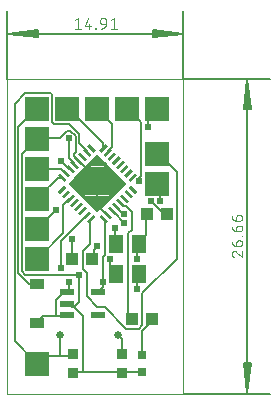
<source format=gtl>
G75*
%MOIN*%
%OFA0B0*%
%FSLAX25Y25*%
%IPPOS*%
%LPD*%
%AMOC8*
5,1,8,0,0,1.08239X$1,22.5*
%
%ADD10C,0.00000*%
%ADD11C,0.00512*%
%ADD12C,0.00400*%
%ADD13R,0.07874X0.07874*%
%ADD14R,0.04882X0.05906*%
%ADD15R,0.04232X0.03937*%
%ADD16R,0.04803X0.03583*%
%ADD17C,0.01378*%
%ADD18R,0.00984X0.03150*%
%ADD19R,0.03150X0.03150*%
%ADD20R,0.03543X0.03543*%
%ADD21R,0.04724X0.02165*%
%ADD22C,0.00600*%
%ADD23C,0.02400*%
%ADD24C,0.02578*%
D10*
X0007053Y0016441D02*
X0007053Y0121401D01*
X0065754Y0121401D01*
X0065754Y0016441D01*
X0007053Y0016441D01*
D11*
X0065754Y0016441D02*
X0094730Y0016441D01*
X0087053Y0016697D02*
X0088077Y0026677D01*
X0088310Y0026677D02*
X0087053Y0016697D01*
X0086030Y0026677D01*
X0085796Y0026677D02*
X0088310Y0026677D01*
X0087565Y0026677D02*
X0087053Y0016697D01*
X0086542Y0026677D01*
X0085796Y0026677D02*
X0087053Y0016697D01*
X0087053Y0121145D01*
X0088077Y0111165D01*
X0088310Y0111165D02*
X0087053Y0121145D01*
X0086030Y0111165D01*
X0085796Y0111165D02*
X0088310Y0111165D01*
X0087565Y0111165D02*
X0087053Y0121145D01*
X0086542Y0111165D01*
X0085796Y0111165D02*
X0087053Y0121145D01*
X0094730Y0121401D02*
X0065754Y0121401D01*
X0065754Y0144118D01*
X0065498Y0136441D02*
X0055518Y0135417D01*
X0055518Y0135184D02*
X0065498Y0136441D01*
X0055518Y0137464D01*
X0055518Y0137698D02*
X0055518Y0135184D01*
X0055518Y0135929D02*
X0065498Y0136441D01*
X0055518Y0136952D01*
X0055518Y0137698D02*
X0065498Y0136441D01*
X0007309Y0136441D01*
X0017290Y0135417D01*
X0017290Y0135184D02*
X0007309Y0136441D01*
X0017290Y0137464D01*
X0017290Y0137698D02*
X0017290Y0135184D01*
X0017290Y0135929D02*
X0007309Y0136441D01*
X0017290Y0136952D01*
X0017290Y0137698D02*
X0007309Y0136441D01*
X0007053Y0144118D02*
X0007053Y0121401D01*
D12*
X0029488Y0138137D02*
X0031453Y0138137D01*
X0030470Y0138137D02*
X0030470Y0141674D01*
X0029488Y0140888D01*
X0033031Y0138923D02*
X0034996Y0138923D01*
X0034406Y0139709D02*
X0034406Y0138137D01*
X0033031Y0138923D02*
X0033817Y0141674D01*
X0036395Y0138333D02*
X0036592Y0138333D01*
X0036592Y0138137D01*
X0036395Y0138137D01*
X0036395Y0138333D01*
X0038385Y0138137D02*
X0038462Y0138139D01*
X0038539Y0138145D01*
X0038616Y0138154D01*
X0038692Y0138167D01*
X0038767Y0138184D01*
X0038841Y0138205D01*
X0038915Y0138229D01*
X0038987Y0138257D01*
X0039057Y0138288D01*
X0039126Y0138323D01*
X0039193Y0138361D01*
X0039258Y0138402D01*
X0039321Y0138446D01*
X0039382Y0138494D01*
X0039441Y0138544D01*
X0039497Y0138597D01*
X0039550Y0138653D01*
X0039600Y0138712D01*
X0039648Y0138773D01*
X0039692Y0138836D01*
X0039733Y0138901D01*
X0039771Y0138968D01*
X0039806Y0139037D01*
X0039837Y0139107D01*
X0039865Y0139179D01*
X0039889Y0139253D01*
X0039910Y0139327D01*
X0039927Y0139402D01*
X0039940Y0139478D01*
X0039949Y0139555D01*
X0039955Y0139632D01*
X0039957Y0139709D01*
X0039957Y0140691D01*
X0039957Y0139709D02*
X0038778Y0139709D01*
X0038724Y0139711D01*
X0038671Y0139716D01*
X0038618Y0139725D01*
X0038566Y0139738D01*
X0038515Y0139754D01*
X0038465Y0139774D01*
X0038416Y0139797D01*
X0038370Y0139823D01*
X0038325Y0139853D01*
X0038282Y0139885D01*
X0038242Y0139921D01*
X0038204Y0139959D01*
X0038168Y0139999D01*
X0038136Y0140042D01*
X0038106Y0140087D01*
X0038080Y0140133D01*
X0038057Y0140182D01*
X0038037Y0140232D01*
X0038021Y0140283D01*
X0038008Y0140335D01*
X0037999Y0140388D01*
X0037994Y0140441D01*
X0037992Y0140495D01*
X0037992Y0140691D01*
X0037994Y0140753D01*
X0038000Y0140814D01*
X0038009Y0140875D01*
X0038023Y0140935D01*
X0038040Y0140994D01*
X0038061Y0141052D01*
X0038085Y0141109D01*
X0038113Y0141164D01*
X0038145Y0141217D01*
X0038180Y0141268D01*
X0038217Y0141317D01*
X0038258Y0141363D01*
X0038302Y0141407D01*
X0038348Y0141448D01*
X0038397Y0141485D01*
X0038448Y0141520D01*
X0038501Y0141552D01*
X0038556Y0141580D01*
X0038613Y0141604D01*
X0038671Y0141625D01*
X0038730Y0141642D01*
X0038790Y0141656D01*
X0038851Y0141665D01*
X0038912Y0141671D01*
X0038974Y0141673D01*
X0039036Y0141671D01*
X0039097Y0141665D01*
X0039158Y0141656D01*
X0039218Y0141642D01*
X0039277Y0141625D01*
X0039335Y0141604D01*
X0039392Y0141580D01*
X0039447Y0141552D01*
X0039500Y0141520D01*
X0039551Y0141485D01*
X0039600Y0141448D01*
X0039646Y0141407D01*
X0039690Y0141363D01*
X0039731Y0141317D01*
X0039768Y0141268D01*
X0039803Y0141217D01*
X0039835Y0141164D01*
X0039863Y0141109D01*
X0039887Y0141052D01*
X0039908Y0140994D01*
X0039925Y0140935D01*
X0039939Y0140875D01*
X0039948Y0140814D01*
X0039954Y0140753D01*
X0039956Y0140691D01*
X0041535Y0140888D02*
X0042517Y0141674D01*
X0042517Y0138137D01*
X0041535Y0138137D02*
X0043500Y0138137D01*
X0081820Y0075624D02*
X0081822Y0075547D01*
X0081828Y0075470D01*
X0081837Y0075393D01*
X0081850Y0075317D01*
X0081867Y0075242D01*
X0081888Y0075168D01*
X0081912Y0075094D01*
X0081940Y0075022D01*
X0081971Y0074952D01*
X0082006Y0074883D01*
X0082044Y0074816D01*
X0082085Y0074751D01*
X0082129Y0074688D01*
X0082177Y0074627D01*
X0082227Y0074568D01*
X0082280Y0074512D01*
X0082336Y0074459D01*
X0082395Y0074409D01*
X0082456Y0074361D01*
X0082519Y0074317D01*
X0082584Y0074276D01*
X0082651Y0074238D01*
X0082720Y0074203D01*
X0082790Y0074172D01*
X0082862Y0074144D01*
X0082936Y0074120D01*
X0083010Y0074099D01*
X0083085Y0074082D01*
X0083161Y0074069D01*
X0083238Y0074060D01*
X0083315Y0074054D01*
X0083392Y0074052D01*
X0084375Y0074052D01*
X0084437Y0074054D01*
X0084498Y0074060D01*
X0084559Y0074069D01*
X0084619Y0074083D01*
X0084679Y0074100D01*
X0084737Y0074121D01*
X0084794Y0074146D01*
X0084849Y0074174D01*
X0084902Y0074205D01*
X0084953Y0074240D01*
X0085002Y0074278D01*
X0085048Y0074318D01*
X0085092Y0074362D01*
X0085132Y0074408D01*
X0085170Y0074457D01*
X0085205Y0074508D01*
X0085236Y0074561D01*
X0085264Y0074616D01*
X0085289Y0074673D01*
X0085310Y0074731D01*
X0085327Y0074791D01*
X0085341Y0074851D01*
X0085350Y0074912D01*
X0085356Y0074973D01*
X0085358Y0075035D01*
X0085356Y0075097D01*
X0085350Y0075158D01*
X0085341Y0075219D01*
X0085327Y0075279D01*
X0085310Y0075339D01*
X0085289Y0075397D01*
X0085264Y0075454D01*
X0085236Y0075509D01*
X0085205Y0075562D01*
X0085170Y0075613D01*
X0085132Y0075662D01*
X0085092Y0075708D01*
X0085048Y0075752D01*
X0085002Y0075792D01*
X0084953Y0075830D01*
X0084902Y0075865D01*
X0084849Y0075896D01*
X0084794Y0075924D01*
X0084737Y0075949D01*
X0084679Y0075970D01*
X0084619Y0075987D01*
X0084559Y0076001D01*
X0084498Y0076010D01*
X0084437Y0076016D01*
X0084375Y0076018D01*
X0084375Y0076017D02*
X0084178Y0076017D01*
X0084124Y0076015D01*
X0084071Y0076010D01*
X0084018Y0076001D01*
X0083966Y0075988D01*
X0083915Y0075972D01*
X0083865Y0075952D01*
X0083816Y0075929D01*
X0083770Y0075903D01*
X0083725Y0075873D01*
X0083682Y0075841D01*
X0083642Y0075805D01*
X0083604Y0075767D01*
X0083568Y0075727D01*
X0083536Y0075684D01*
X0083506Y0075639D01*
X0083480Y0075593D01*
X0083457Y0075544D01*
X0083437Y0075494D01*
X0083421Y0075443D01*
X0083408Y0075391D01*
X0083399Y0075338D01*
X0083394Y0075285D01*
X0083392Y0075231D01*
X0083392Y0074052D01*
X0084178Y0072474D02*
X0084375Y0072474D01*
X0084178Y0072474D02*
X0084124Y0072472D01*
X0084071Y0072467D01*
X0084018Y0072458D01*
X0083966Y0072445D01*
X0083915Y0072429D01*
X0083865Y0072409D01*
X0083816Y0072386D01*
X0083770Y0072360D01*
X0083725Y0072330D01*
X0083682Y0072298D01*
X0083642Y0072262D01*
X0083604Y0072224D01*
X0083568Y0072184D01*
X0083536Y0072141D01*
X0083506Y0072096D01*
X0083480Y0072050D01*
X0083457Y0072001D01*
X0083437Y0071951D01*
X0083421Y0071900D01*
X0083408Y0071848D01*
X0083399Y0071795D01*
X0083394Y0071742D01*
X0083392Y0071688D01*
X0083392Y0070509D01*
X0084375Y0070509D01*
X0084375Y0070508D02*
X0084437Y0070510D01*
X0084498Y0070516D01*
X0084559Y0070525D01*
X0084619Y0070539D01*
X0084679Y0070556D01*
X0084737Y0070577D01*
X0084794Y0070602D01*
X0084849Y0070630D01*
X0084902Y0070661D01*
X0084953Y0070696D01*
X0085002Y0070734D01*
X0085048Y0070774D01*
X0085092Y0070818D01*
X0085132Y0070864D01*
X0085170Y0070913D01*
X0085205Y0070964D01*
X0085236Y0071017D01*
X0085264Y0071072D01*
X0085289Y0071129D01*
X0085310Y0071187D01*
X0085327Y0071247D01*
X0085341Y0071307D01*
X0085350Y0071368D01*
X0085356Y0071429D01*
X0085358Y0071491D01*
X0085356Y0071553D01*
X0085350Y0071614D01*
X0085341Y0071675D01*
X0085327Y0071735D01*
X0085310Y0071795D01*
X0085289Y0071853D01*
X0085264Y0071910D01*
X0085236Y0071965D01*
X0085205Y0072018D01*
X0085170Y0072069D01*
X0085132Y0072118D01*
X0085092Y0072164D01*
X0085048Y0072208D01*
X0085002Y0072248D01*
X0084953Y0072286D01*
X0084902Y0072321D01*
X0084849Y0072352D01*
X0084794Y0072380D01*
X0084737Y0072405D01*
X0084679Y0072426D01*
X0084619Y0072443D01*
X0084559Y0072457D01*
X0084498Y0072466D01*
X0084437Y0072472D01*
X0084375Y0072474D01*
X0083392Y0070509D02*
X0083315Y0070511D01*
X0083238Y0070517D01*
X0083161Y0070526D01*
X0083085Y0070539D01*
X0083010Y0070556D01*
X0082936Y0070577D01*
X0082862Y0070601D01*
X0082790Y0070629D01*
X0082720Y0070660D01*
X0082651Y0070695D01*
X0082584Y0070733D01*
X0082519Y0070774D01*
X0082456Y0070818D01*
X0082395Y0070866D01*
X0082336Y0070916D01*
X0082280Y0070969D01*
X0082227Y0071025D01*
X0082177Y0071084D01*
X0082129Y0071145D01*
X0082085Y0071208D01*
X0082044Y0071273D01*
X0082006Y0071340D01*
X0081971Y0071409D01*
X0081940Y0071479D01*
X0081912Y0071551D01*
X0081888Y0071625D01*
X0081867Y0071699D01*
X0081850Y0071774D01*
X0081837Y0071850D01*
X0081828Y0071927D01*
X0081822Y0072004D01*
X0081820Y0072081D01*
X0085161Y0069109D02*
X0085357Y0069109D01*
X0085357Y0068913D01*
X0085161Y0068913D01*
X0085161Y0069109D01*
X0084375Y0067513D02*
X0084178Y0067513D01*
X0084124Y0067511D01*
X0084071Y0067506D01*
X0084018Y0067497D01*
X0083966Y0067484D01*
X0083915Y0067468D01*
X0083865Y0067448D01*
X0083816Y0067425D01*
X0083770Y0067399D01*
X0083725Y0067369D01*
X0083682Y0067337D01*
X0083642Y0067301D01*
X0083604Y0067263D01*
X0083568Y0067223D01*
X0083536Y0067180D01*
X0083506Y0067135D01*
X0083480Y0067089D01*
X0083457Y0067040D01*
X0083437Y0066990D01*
X0083421Y0066939D01*
X0083408Y0066887D01*
X0083399Y0066834D01*
X0083394Y0066781D01*
X0083392Y0066727D01*
X0083392Y0065548D01*
X0084375Y0065548D01*
X0084437Y0065550D01*
X0084498Y0065556D01*
X0084559Y0065565D01*
X0084619Y0065579D01*
X0084679Y0065596D01*
X0084737Y0065617D01*
X0084794Y0065642D01*
X0084849Y0065670D01*
X0084902Y0065701D01*
X0084953Y0065736D01*
X0085002Y0065774D01*
X0085048Y0065814D01*
X0085092Y0065858D01*
X0085132Y0065904D01*
X0085170Y0065953D01*
X0085205Y0066004D01*
X0085236Y0066057D01*
X0085264Y0066112D01*
X0085289Y0066169D01*
X0085310Y0066227D01*
X0085327Y0066287D01*
X0085341Y0066347D01*
X0085350Y0066408D01*
X0085356Y0066469D01*
X0085358Y0066531D01*
X0085356Y0066593D01*
X0085350Y0066654D01*
X0085341Y0066715D01*
X0085327Y0066775D01*
X0085310Y0066835D01*
X0085289Y0066893D01*
X0085264Y0066950D01*
X0085236Y0067005D01*
X0085205Y0067058D01*
X0085170Y0067109D01*
X0085132Y0067158D01*
X0085092Y0067204D01*
X0085048Y0067248D01*
X0085002Y0067288D01*
X0084953Y0067326D01*
X0084902Y0067361D01*
X0084849Y0067392D01*
X0084794Y0067420D01*
X0084737Y0067445D01*
X0084679Y0067466D01*
X0084619Y0067483D01*
X0084559Y0067497D01*
X0084498Y0067506D01*
X0084437Y0067512D01*
X0084375Y0067514D01*
X0083392Y0065548D02*
X0083315Y0065550D01*
X0083238Y0065556D01*
X0083161Y0065565D01*
X0083085Y0065578D01*
X0083010Y0065595D01*
X0082936Y0065616D01*
X0082862Y0065640D01*
X0082790Y0065668D01*
X0082720Y0065699D01*
X0082651Y0065734D01*
X0082584Y0065772D01*
X0082519Y0065813D01*
X0082456Y0065857D01*
X0082395Y0065905D01*
X0082336Y0065955D01*
X0082280Y0066008D01*
X0082227Y0066064D01*
X0082177Y0066123D01*
X0082129Y0066184D01*
X0082085Y0066247D01*
X0082044Y0066312D01*
X0082006Y0066379D01*
X0081971Y0066448D01*
X0081940Y0066518D01*
X0081912Y0066590D01*
X0081888Y0066664D01*
X0081867Y0066738D01*
X0081850Y0066813D01*
X0081837Y0066889D01*
X0081828Y0066966D01*
X0081822Y0067043D01*
X0081820Y0067120D01*
X0083392Y0063675D02*
X0085357Y0062005D01*
X0085357Y0063970D01*
X0082606Y0062005D02*
X0082545Y0062027D01*
X0082485Y0062052D01*
X0082427Y0062081D01*
X0082370Y0062113D01*
X0082315Y0062148D01*
X0082263Y0062186D01*
X0082213Y0062227D01*
X0082165Y0062271D01*
X0082120Y0062317D01*
X0082077Y0062366D01*
X0082037Y0062418D01*
X0082001Y0062471D01*
X0081967Y0062527D01*
X0081937Y0062584D01*
X0081910Y0062643D01*
X0081886Y0062704D01*
X0081866Y0062766D01*
X0081850Y0062829D01*
X0081837Y0062892D01*
X0081827Y0062956D01*
X0081822Y0063021D01*
X0081820Y0063086D01*
X0081821Y0063086D02*
X0081823Y0063144D01*
X0081829Y0063201D01*
X0081838Y0063258D01*
X0081851Y0063315D01*
X0081868Y0063370D01*
X0081888Y0063424D01*
X0081912Y0063477D01*
X0081939Y0063528D01*
X0081970Y0063577D01*
X0082004Y0063624D01*
X0082040Y0063669D01*
X0082080Y0063711D01*
X0082122Y0063751D01*
X0082167Y0063787D01*
X0082214Y0063821D01*
X0082263Y0063852D01*
X0082314Y0063879D01*
X0082367Y0063903D01*
X0082421Y0063923D01*
X0082476Y0063940D01*
X0082533Y0063953D01*
X0082590Y0063962D01*
X0082647Y0063968D01*
X0082705Y0063970D01*
X0082764Y0063968D01*
X0082823Y0063963D01*
X0082881Y0063953D01*
X0082939Y0063941D01*
X0082996Y0063924D01*
X0083052Y0063904D01*
X0083106Y0063881D01*
X0083159Y0063854D01*
X0083210Y0063825D01*
X0083259Y0063792D01*
X0083306Y0063756D01*
X0083351Y0063717D01*
X0083393Y0063675D01*
D13*
X0057053Y0086441D03*
X0057053Y0096441D03*
X0057053Y0111441D03*
X0047053Y0111441D03*
X0037053Y0111441D03*
X0027053Y0111441D03*
X0017053Y0111441D03*
X0017053Y0101441D03*
X0017053Y0091441D03*
X0017053Y0081441D03*
X0017053Y0071441D03*
X0017053Y0061441D03*
X0017053Y0026441D03*
D14*
X0043313Y0056441D03*
X0050793Y0056441D03*
X0050793Y0066441D03*
X0043313Y0066441D03*
D15*
X0035400Y0061441D03*
X0028707Y0061441D03*
X0048707Y0041441D03*
X0055400Y0041441D03*
X0053707Y0076441D03*
X0060400Y0076441D03*
D16*
X0017053Y0052887D03*
X0017053Y0039994D03*
D17*
X0037053Y0077672D02*
X0045822Y0086441D01*
X0037053Y0077672D02*
X0028284Y0086441D01*
X0037053Y0095210D01*
X0045822Y0086441D01*
X0038430Y0079049D02*
X0035676Y0079049D01*
X0034299Y0080426D02*
X0039807Y0080426D01*
X0041184Y0081803D02*
X0032922Y0081803D01*
X0031545Y0083180D02*
X0042561Y0083180D01*
X0043938Y0084557D02*
X0030168Y0084557D01*
X0028791Y0085934D02*
X0045315Y0085934D01*
X0044952Y0087311D02*
X0029154Y0087311D01*
X0030531Y0088688D02*
X0043575Y0088688D01*
X0042198Y0090065D02*
X0031908Y0090065D01*
X0033285Y0091442D02*
X0040821Y0091442D01*
X0039444Y0092819D02*
X0034662Y0092819D01*
X0036039Y0094196D02*
X0038067Y0094196D01*
D18*
G36*
X0039768Y0095419D02*
X0039072Y0096115D01*
X0041298Y0098341D01*
X0041994Y0097645D01*
X0039768Y0095419D01*
G37*
G36*
X0041160Y0094027D02*
X0040464Y0094723D01*
X0042690Y0096949D01*
X0043386Y0096253D01*
X0041160Y0094027D01*
G37*
G36*
X0042552Y0092635D02*
X0041856Y0093331D01*
X0044082Y0095557D01*
X0044778Y0094861D01*
X0042552Y0092635D01*
G37*
G36*
X0043944Y0091243D02*
X0043248Y0091939D01*
X0045474Y0094165D01*
X0046170Y0093469D01*
X0043944Y0091243D01*
G37*
G36*
X0045336Y0089851D02*
X0044640Y0090547D01*
X0046866Y0092773D01*
X0047562Y0092077D01*
X0045336Y0089851D01*
G37*
G36*
X0046728Y0088459D02*
X0046032Y0089155D01*
X0048258Y0091381D01*
X0048954Y0090685D01*
X0046728Y0088459D01*
G37*
G36*
X0048120Y0087068D02*
X0047424Y0087764D01*
X0049650Y0089990D01*
X0050346Y0089294D01*
X0048120Y0087068D01*
G37*
G36*
X0047424Y0085118D02*
X0048120Y0085814D01*
X0050346Y0083588D01*
X0049650Y0082892D01*
X0047424Y0085118D01*
G37*
G36*
X0046032Y0083726D02*
X0046728Y0084422D01*
X0048954Y0082196D01*
X0048258Y0081500D01*
X0046032Y0083726D01*
G37*
G36*
X0044640Y0082334D02*
X0045336Y0083030D01*
X0047562Y0080804D01*
X0046866Y0080108D01*
X0044640Y0082334D01*
G37*
G36*
X0043248Y0080942D02*
X0043944Y0081638D01*
X0046170Y0079412D01*
X0045474Y0078716D01*
X0043248Y0080942D01*
G37*
G36*
X0041856Y0079550D02*
X0042552Y0080246D01*
X0044778Y0078020D01*
X0044082Y0077324D01*
X0041856Y0079550D01*
G37*
G36*
X0040464Y0078158D02*
X0041160Y0078854D01*
X0043386Y0076628D01*
X0042690Y0075932D01*
X0040464Y0078158D01*
G37*
G36*
X0039072Y0076766D02*
X0039768Y0077462D01*
X0041994Y0075236D01*
X0041298Y0074540D01*
X0039072Y0076766D01*
G37*
G36*
X0037680Y0075374D02*
X0038376Y0076070D01*
X0040602Y0073844D01*
X0039906Y0073148D01*
X0037680Y0075374D01*
G37*
G36*
X0035730Y0076070D02*
X0036426Y0075374D01*
X0034200Y0073148D01*
X0033504Y0073844D01*
X0035730Y0076070D01*
G37*
G36*
X0034338Y0077462D02*
X0035034Y0076766D01*
X0032808Y0074540D01*
X0032112Y0075236D01*
X0034338Y0077462D01*
G37*
G36*
X0032947Y0078854D02*
X0033643Y0078158D01*
X0031417Y0075932D01*
X0030721Y0076628D01*
X0032947Y0078854D01*
G37*
G36*
X0031555Y0080246D02*
X0032251Y0079550D01*
X0030025Y0077324D01*
X0029329Y0078020D01*
X0031555Y0080246D01*
G37*
G36*
X0030163Y0081638D02*
X0030859Y0080942D01*
X0028633Y0078716D01*
X0027937Y0079412D01*
X0030163Y0081638D01*
G37*
G36*
X0028771Y0083030D02*
X0029467Y0082334D01*
X0027241Y0080108D01*
X0026545Y0080804D01*
X0028771Y0083030D01*
G37*
G36*
X0027379Y0084422D02*
X0028075Y0083726D01*
X0025849Y0081500D01*
X0025153Y0082196D01*
X0027379Y0084422D01*
G37*
G36*
X0025987Y0085814D02*
X0026683Y0085118D01*
X0024457Y0082892D01*
X0023761Y0083588D01*
X0025987Y0085814D01*
G37*
G36*
X0026683Y0087764D02*
X0025987Y0087068D01*
X0023761Y0089294D01*
X0024457Y0089990D01*
X0026683Y0087764D01*
G37*
G36*
X0028075Y0089155D02*
X0027379Y0088459D01*
X0025153Y0090685D01*
X0025849Y0091381D01*
X0028075Y0089155D01*
G37*
G36*
X0029467Y0090547D02*
X0028771Y0089851D01*
X0026545Y0092077D01*
X0027241Y0092773D01*
X0029467Y0090547D01*
G37*
G36*
X0030859Y0091939D02*
X0030163Y0091243D01*
X0027937Y0093469D01*
X0028633Y0094165D01*
X0030859Y0091939D01*
G37*
G36*
X0032251Y0093331D02*
X0031555Y0092635D01*
X0029329Y0094861D01*
X0030025Y0095557D01*
X0032251Y0093331D01*
G37*
G36*
X0033643Y0094723D02*
X0032947Y0094027D01*
X0030721Y0096253D01*
X0031417Y0096949D01*
X0033643Y0094723D01*
G37*
G36*
X0035034Y0096115D02*
X0034338Y0095419D01*
X0032112Y0097645D01*
X0032808Y0098341D01*
X0035034Y0096115D01*
G37*
G36*
X0036426Y0097507D02*
X0035730Y0096811D01*
X0033504Y0099037D01*
X0034200Y0099733D01*
X0036426Y0097507D01*
G37*
G36*
X0038376Y0096811D02*
X0037680Y0097507D01*
X0039906Y0099733D01*
X0040602Y0099037D01*
X0038376Y0096811D01*
G37*
D19*
X0052053Y0029393D03*
X0052053Y0023488D03*
D20*
X0045124Y0023291D03*
X0045124Y0029590D03*
X0028982Y0029590D03*
X0028982Y0023291D03*
D21*
X0026935Y0042700D03*
X0026935Y0046441D03*
X0026935Y0050181D03*
X0037172Y0050181D03*
X0037172Y0042700D03*
D22*
X0037053Y0045241D02*
X0039453Y0045241D01*
X0046653Y0038041D01*
X0050853Y0038041D01*
X0052053Y0039241D01*
X0052053Y0050041D01*
X0063453Y0061441D01*
X0063453Y0090241D01*
X0057453Y0096241D01*
X0057053Y0096441D01*
X0051453Y0089041D02*
X0051453Y0107041D01*
X0047053Y0111441D01*
X0041853Y0106441D02*
X0037053Y0111241D01*
X0037053Y0111441D01*
X0041853Y0106441D02*
X0041853Y0098641D01*
X0040653Y0097441D01*
X0040533Y0096880D01*
X0039141Y0098272D02*
X0038853Y0098641D01*
X0038853Y0099841D01*
X0027453Y0111241D01*
X0027053Y0111441D01*
X0027453Y0106441D02*
X0022653Y0106441D01*
X0022053Y0107041D01*
X0022053Y0116041D01*
X0021453Y0116641D01*
X0013053Y0116641D01*
X0009453Y0113041D01*
X0009453Y0033841D01*
X0016653Y0026641D01*
X0017053Y0026441D01*
X0019653Y0029041D01*
X0024353Y0029041D01*
X0024753Y0029441D01*
X0024753Y0036041D01*
X0023253Y0042241D02*
X0023253Y0047641D01*
X0025653Y0050041D01*
X0026853Y0050041D01*
X0026935Y0050181D01*
X0027453Y0050641D01*
X0027453Y0053641D01*
X0031053Y0056041D02*
X0031053Y0047041D01*
X0029253Y0045241D01*
X0032253Y0042241D01*
X0032253Y0023641D01*
X0029253Y0023641D01*
X0028982Y0023291D01*
X0032253Y0023641D02*
X0044853Y0023641D01*
X0045124Y0023291D01*
X0045453Y0023641D01*
X0052053Y0023641D01*
X0052053Y0023488D01*
X0052053Y0029393D02*
X0052053Y0037441D01*
X0055653Y0041041D01*
X0055400Y0041441D01*
X0048707Y0041441D02*
X0048453Y0041641D01*
X0047253Y0042841D01*
X0047253Y0069841D01*
X0048453Y0071041D01*
X0048453Y0077041D01*
X0046653Y0078841D01*
X0046053Y0078841D01*
X0044853Y0080041D01*
X0044709Y0080177D01*
X0043317Y0078785D02*
X0043653Y0078241D01*
X0045453Y0076441D01*
X0046053Y0076441D01*
X0046053Y0073441D02*
X0042453Y0077041D01*
X0041925Y0077393D01*
X0040533Y0076001D02*
X0040053Y0076441D01*
X0037053Y0079441D01*
X0037053Y0086441D01*
X0037053Y0087841D01*
X0031053Y0093841D01*
X0030790Y0094096D01*
X0030453Y0094441D01*
X0029253Y0095641D01*
X0029253Y0096241D01*
X0029853Y0096841D01*
X0029853Y0102241D01*
X0028053Y0104041D01*
X0026853Y0104041D01*
X0024453Y0101641D01*
X0017253Y0101641D01*
X0017053Y0101441D01*
X0011853Y0096241D01*
X0011853Y0057241D01*
X0013053Y0056041D01*
X0031053Y0056041D01*
X0032253Y0057841D02*
X0033453Y0056641D01*
X0033453Y0048841D01*
X0037053Y0045241D01*
X0037172Y0050181D02*
X0037653Y0050641D01*
X0038853Y0051841D01*
X0038853Y0053641D01*
X0038853Y0062041D01*
X0039453Y0062641D01*
X0039453Y0074041D01*
X0039141Y0074609D01*
X0034965Y0074609D02*
X0034653Y0074041D01*
X0034653Y0066241D01*
X0032253Y0063841D01*
X0032253Y0057841D01*
X0035400Y0061441D02*
X0035853Y0061441D01*
X0035853Y0064441D01*
X0037053Y0065641D01*
X0041253Y0061441D02*
X0041253Y0058441D01*
X0043053Y0056641D01*
X0043313Y0056441D01*
X0050253Y0056041D02*
X0050253Y0051241D01*
X0050253Y0056041D02*
X0050793Y0056441D01*
X0050253Y0061441D02*
X0050253Y0066241D01*
X0050793Y0066441D01*
X0050853Y0066841D01*
X0053253Y0069241D01*
X0053253Y0076441D01*
X0053707Y0076441D01*
X0055053Y0080641D02*
X0059253Y0076441D01*
X0060400Y0076441D01*
X0058053Y0080641D02*
X0058053Y0085441D01*
X0057053Y0086441D01*
X0051453Y0089041D02*
X0050853Y0088441D01*
X0050853Y0087241D01*
X0043053Y0071641D02*
X0043053Y0066841D01*
X0043313Y0066441D01*
X0033453Y0075841D02*
X0033573Y0076001D01*
X0033453Y0075841D02*
X0025053Y0067441D01*
X0025053Y0058441D01*
X0028653Y0061441D02*
X0028707Y0061441D01*
X0028653Y0061441D02*
X0028653Y0068041D01*
X0025653Y0069841D02*
X0017253Y0061441D01*
X0017053Y0061441D01*
X0010653Y0056641D02*
X0014253Y0053041D01*
X0016653Y0053041D01*
X0017053Y0052887D01*
X0010653Y0056641D02*
X0010653Y0105241D01*
X0016653Y0111241D01*
X0017053Y0111441D01*
X0027453Y0106441D02*
X0031053Y0102841D01*
X0031053Y0099841D01*
X0033453Y0097441D01*
X0033573Y0096880D01*
X0029253Y0093241D02*
X0029398Y0092704D01*
X0029253Y0093241D02*
X0027453Y0095041D01*
X0027453Y0101641D01*
X0025053Y0093841D02*
X0027453Y0091441D01*
X0028006Y0091312D01*
X0026614Y0089920D02*
X0026253Y0090241D01*
X0025053Y0091441D01*
X0017053Y0091441D01*
X0023853Y0088441D02*
X0017253Y0081841D01*
X0017053Y0081441D01*
X0023253Y0077641D02*
X0017053Y0071441D01*
X0025653Y0069841D02*
X0025653Y0079441D01*
X0027453Y0081241D01*
X0028006Y0081569D01*
X0025053Y0088441D02*
X0025222Y0088529D01*
X0025053Y0088441D02*
X0023853Y0088441D01*
X0026935Y0046441D02*
X0027453Y0046441D01*
X0028653Y0045241D01*
X0029253Y0045241D01*
X0026935Y0042700D02*
X0026853Y0042241D01*
X0023253Y0042241D01*
X0019053Y0042241D01*
X0017253Y0040441D01*
X0017053Y0039994D01*
X0024353Y0029041D02*
X0028653Y0029041D01*
X0028982Y0029590D01*
X0043853Y0036041D02*
X0045124Y0034770D01*
X0045124Y0029590D01*
X0045453Y0029041D01*
X0053853Y0105241D02*
X0053853Y0108241D01*
X0057053Y0111441D01*
D23*
X0053853Y0105241D03*
X0050853Y0087241D03*
X0055053Y0080641D03*
X0058053Y0080641D03*
X0046053Y0076441D03*
X0046053Y0073441D03*
X0043053Y0071641D03*
X0037053Y0065641D03*
X0041253Y0061441D03*
X0038853Y0053641D03*
X0031053Y0056041D03*
X0027453Y0053641D03*
X0025053Y0058441D03*
X0028653Y0068041D03*
X0023253Y0077641D03*
X0025053Y0093841D03*
X0027453Y0101641D03*
X0050253Y0061441D03*
X0050253Y0051241D03*
D24*
X0043853Y0036041D03*
X0024753Y0036041D03*
M02*

</source>
